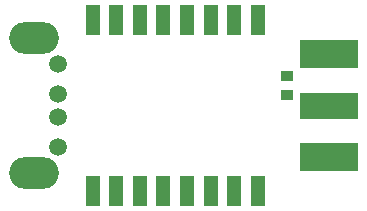
<source format=gts>
G04 #@! TF.GenerationSoftware,KiCad,Pcbnew,no-vcs-found-a20cce0~59~ubuntu16.04.1*
G04 #@! TF.CreationDate,2017-08-21T15:18:52+01:00*
G04 #@! TF.ProjectId,okgo2usbcontrol,6F6B676F32757362636F6E74726F6C2E,rev?*
G04 #@! TF.SameCoordinates,Original*
G04 #@! TF.FileFunction,Soldermask,Top*
G04 #@! TF.FilePolarity,Negative*
%FSLAX46Y46*%
G04 Gerber Fmt 4.6, Leading zero omitted, Abs format (unit mm)*
G04 Created by KiCad (PCBNEW no-vcs-found-a20cce0~59~ubuntu16.04.1) date Mon Aug 21 15:18:52 2017*
%MOMM*%
%LPD*%
G01*
G04 APERTURE LIST*
%ADD10R,1.000000X0.950000*%
%ADD11R,5.000000X2.300000*%
%ADD12R,5.000000X2.400000*%
%ADD13R,1.200000X2.500000*%
%ADD14C,1.500000*%
%ADD15O,4.200000X2.700000*%
G04 APERTURE END LIST*
D10*
X124500000Y-109500000D03*
X124500000Y-111100000D03*
D11*
X128000000Y-112000000D03*
D12*
X128000000Y-107625000D03*
X128000000Y-116375000D03*
D13*
X108000000Y-119250000D03*
X110000000Y-119250000D03*
X112000000Y-119250000D03*
X114000000Y-119250000D03*
X116000000Y-119250000D03*
X118000000Y-119250000D03*
X120000000Y-119250000D03*
X122000000Y-119250000D03*
X122000000Y-104750000D03*
X120000000Y-104750000D03*
X118000000Y-104750000D03*
X116000000Y-104750000D03*
X114000000Y-104750000D03*
X112000000Y-104750000D03*
X110000000Y-104750000D03*
X108000000Y-104750000D03*
D14*
X105100000Y-115500000D03*
X105100000Y-113000000D03*
X105100000Y-111000000D03*
X105100000Y-108500000D03*
D15*
X103000000Y-117700000D03*
X103000000Y-106300000D03*
M02*

</source>
